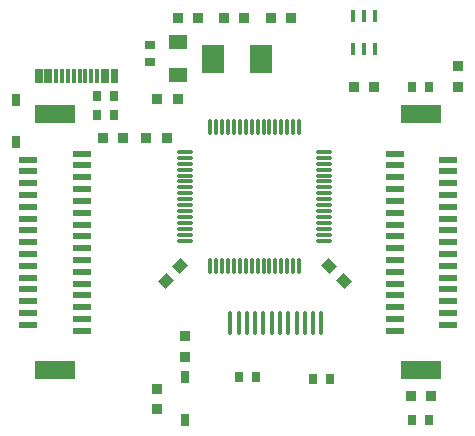
<source format=gbp>
G04*
G04 #@! TF.GenerationSoftware,Altium Limited,Altium Designer,21.2.1 (34)*
G04*
G04 Layer_Color=128*
%FSLAX25Y25*%
%MOIN*%
G70*
G04*
G04 #@! TF.SameCoordinates,7F94B60C-EE6A-4D70-8C52-0CABB09C9AE7*
G04*
G04*
G04 #@! TF.FilePolarity,Positive*
G04*
G01*
G75*
%ADD21R,0.03150X0.03347*%
%ADD22R,0.03800X0.03500*%
%ADD49R,0.03347X0.03150*%
%ADD50R,0.13386X0.05906*%
%ADD51R,0.05906X0.02362*%
%ADD52R,0.03500X0.03800*%
%ADD53R,0.01772X0.03937*%
G04:AMPARAMS|DCode=54|XSize=38mil|YSize=35mil|CornerRadius=0mil|HoleSize=0mil|Usage=FLASHONLY|Rotation=45.000|XOffset=0mil|YOffset=0mil|HoleType=Round|Shape=Rectangle|*
%AMROTATEDRECTD54*
4,1,4,-0.00106,-0.02581,-0.02581,-0.00106,0.00106,0.02581,0.02581,0.00106,-0.00106,-0.02581,0.0*
%
%ADD54ROTATEDRECTD54*%

%ADD55R,0.02953X0.03937*%
%ADD56O,0.01181X0.05512*%
%ADD57O,0.05512X0.01181*%
%ADD58R,0.01181X0.04724*%
%ADD59O,0.01575X0.07874*%
G04:AMPARAMS|DCode=60|XSize=38mil|YSize=35mil|CornerRadius=0mil|HoleSize=0mil|Usage=FLASHONLY|Rotation=315.000|XOffset=0mil|YOffset=0mil|HoleType=Round|Shape=Rectangle|*
%AMROTATEDRECTD60*
4,1,4,-0.02581,0.00106,-0.00106,0.02581,0.02581,-0.00106,0.00106,-0.02581,-0.02581,0.00106,0.0*
%
%ADD60ROTATEDRECTD60*%

%ADD61R,0.07480X0.09450*%
%ADD62R,0.05906X0.04724*%
D21*
X451626Y199000D02*
D03*
X457374D02*
D03*
X346626Y307000D02*
D03*
X352374D02*
D03*
X451626Y310000D02*
D03*
X457374D02*
D03*
X352374Y300500D02*
D03*
X346626D02*
D03*
X399563Y213173D02*
D03*
X393815D02*
D03*
X424366Y212563D02*
D03*
X418618D02*
D03*
D22*
X432100Y310000D02*
D03*
X439000D02*
D03*
X348500Y293000D02*
D03*
X355400D02*
D03*
X404477Y332863D02*
D03*
X411377D02*
D03*
X458000Y207000D02*
D03*
X451100D02*
D03*
X369900Y293000D02*
D03*
X363000D02*
D03*
X395737Y332863D02*
D03*
X388837Y332863D02*
D03*
X380362D02*
D03*
X373462D02*
D03*
X366562Y305859D02*
D03*
X373462Y305859D02*
D03*
D49*
X364300Y318226D02*
D03*
Y323974D02*
D03*
D50*
X332611Y300875D02*
D03*
Y215442D02*
D03*
X454657Y300874D02*
D03*
Y215441D02*
D03*
D51*
X341469Y228630D02*
D03*
X323752Y230599D02*
D03*
X341469Y232568D02*
D03*
X323752Y234536D02*
D03*
X341469Y236505D02*
D03*
X323752Y238473D02*
D03*
X341469Y240441D02*
D03*
X323752Y242410D02*
D03*
X341469Y244378D02*
D03*
X323752Y246347D02*
D03*
X341469Y248316D02*
D03*
X323752Y250284D02*
D03*
X341469Y252253D02*
D03*
X323752Y254221D02*
D03*
X341469Y256190D02*
D03*
X323752Y258158D02*
D03*
X341469Y260127D02*
D03*
X323752Y262095D02*
D03*
X341469Y264064D02*
D03*
X323752Y266032D02*
D03*
X341469Y268001D02*
D03*
X323752Y269969D02*
D03*
X341469Y271938D02*
D03*
X323752Y273906D02*
D03*
X341469Y275875D02*
D03*
X323752Y277843D02*
D03*
X341469Y279812D02*
D03*
X323752Y281780D02*
D03*
X341469Y283749D02*
D03*
X323752Y285717D02*
D03*
X341469Y287686D02*
D03*
X445799Y228630D02*
D03*
X463515Y230598D02*
D03*
X445799Y232567D02*
D03*
X463515Y234535D02*
D03*
X445799Y236504D02*
D03*
X463515Y238472D02*
D03*
X445799Y240441D02*
D03*
X463515Y242409D02*
D03*
X445799Y244378D02*
D03*
X463515Y246346D02*
D03*
X445799Y248315D02*
D03*
X463515Y250283D02*
D03*
X445799Y252252D02*
D03*
X463515Y254220D02*
D03*
X445799Y256189D02*
D03*
X463515Y258157D02*
D03*
X445799Y260126D02*
D03*
X463515Y262094D02*
D03*
X445799Y264063D02*
D03*
X463515Y266031D02*
D03*
X445799Y268000D02*
D03*
X463515Y269968D02*
D03*
X445799Y271937D02*
D03*
X463515Y273905D02*
D03*
X445799Y275874D02*
D03*
X463515Y277842D02*
D03*
X445799Y279811D02*
D03*
X463515Y281779D02*
D03*
X445799Y283748D02*
D03*
X463515Y285716D02*
D03*
X445799Y287685D02*
D03*
D52*
X366500Y202500D02*
D03*
Y209400D02*
D03*
X467000Y316900D02*
D03*
Y310000D02*
D03*
X376000Y226900D02*
D03*
Y220000D02*
D03*
D53*
X431860Y333500D02*
D03*
X435600Y333500D02*
D03*
X439340Y333500D02*
D03*
X439340Y322500D02*
D03*
X435600D02*
D03*
X431860D02*
D03*
D54*
X369516Y245382D02*
D03*
X374395Y250262D02*
D03*
D55*
X319500Y291500D02*
D03*
Y305673D02*
D03*
X376000Y199000D02*
D03*
Y213173D02*
D03*
D56*
X384395Y296718D02*
D03*
X386363D02*
D03*
X388332D02*
D03*
X390300D02*
D03*
X392269D02*
D03*
X394237D02*
D03*
X396206D02*
D03*
X398174D02*
D03*
X400143D02*
D03*
X402111D02*
D03*
X404080D02*
D03*
X406048D02*
D03*
X408017D02*
D03*
X409985D02*
D03*
X411954Y296718D02*
D03*
X413922D02*
D03*
X413922Y250262D02*
D03*
X411954D02*
D03*
X409985Y250262D02*
D03*
X408017Y250262D02*
D03*
X406048Y250262D02*
D03*
X404080D02*
D03*
X402111D02*
D03*
X400143D02*
D03*
X398174D02*
D03*
X396206D02*
D03*
X394237D02*
D03*
X392269D02*
D03*
X390300D02*
D03*
X388332D02*
D03*
X386363D02*
D03*
X384395D02*
D03*
D57*
X422387Y288254D02*
D03*
Y286285D02*
D03*
Y284317D02*
D03*
X422387Y282348D02*
D03*
X422387Y280380D02*
D03*
Y278411D02*
D03*
X422387Y276443D02*
D03*
Y274474D02*
D03*
Y272506D02*
D03*
Y270537D02*
D03*
Y268569D02*
D03*
Y266600D02*
D03*
X422387Y264632D02*
D03*
X422387Y262663D02*
D03*
X422387Y260695D02*
D03*
Y258726D02*
D03*
X375930D02*
D03*
Y260695D02*
D03*
Y262663D02*
D03*
X375930Y264632D02*
D03*
X375930Y266600D02*
D03*
Y268569D02*
D03*
Y270537D02*
D03*
Y272506D02*
D03*
Y274474D02*
D03*
Y276443D02*
D03*
Y278411D02*
D03*
Y280380D02*
D03*
X375930Y282348D02*
D03*
X375930Y284317D02*
D03*
X375930Y286285D02*
D03*
Y288254D02*
D03*
D58*
X326587Y313472D02*
D03*
X327768D02*
D03*
X329736D02*
D03*
X330918D02*
D03*
X332886D02*
D03*
X334854D02*
D03*
X336823D02*
D03*
X338791D02*
D03*
X340760D02*
D03*
X342728D02*
D03*
X344697D02*
D03*
X346665D02*
D03*
X348634D02*
D03*
X349815D02*
D03*
X351783D02*
D03*
X352964D02*
D03*
D59*
X404839Y231338D02*
D03*
X396571D02*
D03*
X413106D02*
D03*
X421374D02*
D03*
X393815D02*
D03*
X391059D02*
D03*
X402083D02*
D03*
X399327D02*
D03*
X410350D02*
D03*
X407594D02*
D03*
X415862D02*
D03*
X418618D02*
D03*
D60*
X428801Y245382D02*
D03*
X423922Y250262D02*
D03*
D61*
X401323Y319384D02*
D03*
X385183Y319384D02*
D03*
D62*
X373462Y324873D02*
D03*
X373462Y313849D02*
D03*
M02*

</source>
